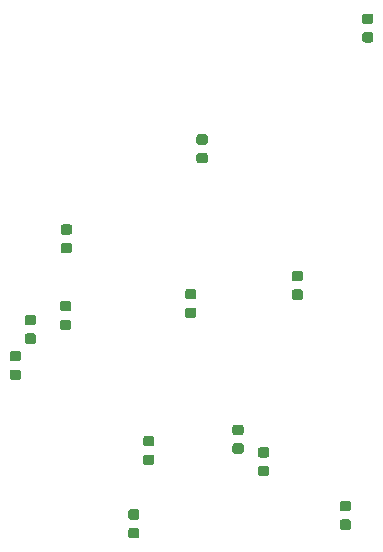
<source format=gbr>
G04 #@! TF.GenerationSoftware,KiCad,Pcbnew,5.1.5-52549c5~84~ubuntu18.04.1*
G04 #@! TF.CreationDate,2020-02-27T22:09:58-03:00*
G04 #@! TF.ProjectId,aquarius,61717561-7269-4757-932e-6b696361645f,0.0.0*
G04 #@! TF.SameCoordinates,Original*
G04 #@! TF.FileFunction,Paste,Top*
G04 #@! TF.FilePolarity,Positive*
%FSLAX46Y46*%
G04 Gerber Fmt 4.6, Leading zero omitted, Abs format (unit mm)*
G04 Created by KiCad (PCBNEW 5.1.5-52549c5~84~ubuntu18.04.1) date 2020-02-27 22:09:58*
%MOMM*%
%LPD*%
G04 APERTURE LIST*
%ADD10C,0.100000*%
G04 APERTURE END LIST*
D10*
G36*
X131087691Y-110295053D02*
G01*
X131108926Y-110298203D01*
X131129750Y-110303419D01*
X131149962Y-110310651D01*
X131169368Y-110319830D01*
X131187781Y-110330866D01*
X131205024Y-110343654D01*
X131220930Y-110358070D01*
X131235346Y-110373976D01*
X131248134Y-110391219D01*
X131259170Y-110409632D01*
X131268349Y-110429038D01*
X131275581Y-110449250D01*
X131280797Y-110470074D01*
X131283947Y-110491309D01*
X131285000Y-110512750D01*
X131285000Y-110950250D01*
X131283947Y-110971691D01*
X131280797Y-110992926D01*
X131275581Y-111013750D01*
X131268349Y-111033962D01*
X131259170Y-111053368D01*
X131248134Y-111071781D01*
X131235346Y-111089024D01*
X131220930Y-111104930D01*
X131205024Y-111119346D01*
X131187781Y-111132134D01*
X131169368Y-111143170D01*
X131149962Y-111152349D01*
X131129750Y-111159581D01*
X131108926Y-111164797D01*
X131087691Y-111167947D01*
X131066250Y-111169000D01*
X130553750Y-111169000D01*
X130532309Y-111167947D01*
X130511074Y-111164797D01*
X130490250Y-111159581D01*
X130470038Y-111152349D01*
X130450632Y-111143170D01*
X130432219Y-111132134D01*
X130414976Y-111119346D01*
X130399070Y-111104930D01*
X130384654Y-111089024D01*
X130371866Y-111071781D01*
X130360830Y-111053368D01*
X130351651Y-111033962D01*
X130344419Y-111013750D01*
X130339203Y-110992926D01*
X130336053Y-110971691D01*
X130335000Y-110950250D01*
X130335000Y-110512750D01*
X130336053Y-110491309D01*
X130339203Y-110470074D01*
X130344419Y-110449250D01*
X130351651Y-110429038D01*
X130360830Y-110409632D01*
X130371866Y-110391219D01*
X130384654Y-110373976D01*
X130399070Y-110358070D01*
X130414976Y-110343654D01*
X130432219Y-110330866D01*
X130450632Y-110319830D01*
X130470038Y-110310651D01*
X130490250Y-110303419D01*
X130511074Y-110298203D01*
X130532309Y-110295053D01*
X130553750Y-110294000D01*
X131066250Y-110294000D01*
X131087691Y-110295053D01*
G37*
G36*
X131087691Y-108720053D02*
G01*
X131108926Y-108723203D01*
X131129750Y-108728419D01*
X131149962Y-108735651D01*
X131169368Y-108744830D01*
X131187781Y-108755866D01*
X131205024Y-108768654D01*
X131220930Y-108783070D01*
X131235346Y-108798976D01*
X131248134Y-108816219D01*
X131259170Y-108834632D01*
X131268349Y-108854038D01*
X131275581Y-108874250D01*
X131280797Y-108895074D01*
X131283947Y-108916309D01*
X131285000Y-108937750D01*
X131285000Y-109375250D01*
X131283947Y-109396691D01*
X131280797Y-109417926D01*
X131275581Y-109438750D01*
X131268349Y-109458962D01*
X131259170Y-109478368D01*
X131248134Y-109496781D01*
X131235346Y-109514024D01*
X131220930Y-109529930D01*
X131205024Y-109544346D01*
X131187781Y-109557134D01*
X131169368Y-109568170D01*
X131149962Y-109577349D01*
X131129750Y-109584581D01*
X131108926Y-109589797D01*
X131087691Y-109592947D01*
X131066250Y-109594000D01*
X130553750Y-109594000D01*
X130532309Y-109592947D01*
X130511074Y-109589797D01*
X130490250Y-109584581D01*
X130470038Y-109577349D01*
X130450632Y-109568170D01*
X130432219Y-109557134D01*
X130414976Y-109544346D01*
X130399070Y-109529930D01*
X130384654Y-109514024D01*
X130371866Y-109496781D01*
X130360830Y-109478368D01*
X130351651Y-109458962D01*
X130344419Y-109438750D01*
X130339203Y-109417926D01*
X130336053Y-109396691D01*
X130335000Y-109375250D01*
X130335000Y-108937750D01*
X130336053Y-108916309D01*
X130339203Y-108895074D01*
X130344419Y-108874250D01*
X130351651Y-108854038D01*
X130360830Y-108834632D01*
X130371866Y-108816219D01*
X130384654Y-108798976D01*
X130399070Y-108783070D01*
X130414976Y-108768654D01*
X130432219Y-108755866D01*
X130450632Y-108744830D01*
X130470038Y-108735651D01*
X130490250Y-108728419D01*
X130511074Y-108723203D01*
X130532309Y-108720053D01*
X130553750Y-108719000D01*
X131066250Y-108719000D01*
X131087691Y-108720053D01*
G37*
G36*
X132357691Y-104084553D02*
G01*
X132378926Y-104087703D01*
X132399750Y-104092919D01*
X132419962Y-104100151D01*
X132439368Y-104109330D01*
X132457781Y-104120366D01*
X132475024Y-104133154D01*
X132490930Y-104147570D01*
X132505346Y-104163476D01*
X132518134Y-104180719D01*
X132529170Y-104199132D01*
X132538349Y-104218538D01*
X132545581Y-104238750D01*
X132550797Y-104259574D01*
X132553947Y-104280809D01*
X132555000Y-104302250D01*
X132555000Y-104739750D01*
X132553947Y-104761191D01*
X132550797Y-104782426D01*
X132545581Y-104803250D01*
X132538349Y-104823462D01*
X132529170Y-104842868D01*
X132518134Y-104861281D01*
X132505346Y-104878524D01*
X132490930Y-104894430D01*
X132475024Y-104908846D01*
X132457781Y-104921634D01*
X132439368Y-104932670D01*
X132419962Y-104941849D01*
X132399750Y-104949081D01*
X132378926Y-104954297D01*
X132357691Y-104957447D01*
X132336250Y-104958500D01*
X131823750Y-104958500D01*
X131802309Y-104957447D01*
X131781074Y-104954297D01*
X131760250Y-104949081D01*
X131740038Y-104941849D01*
X131720632Y-104932670D01*
X131702219Y-104921634D01*
X131684976Y-104908846D01*
X131669070Y-104894430D01*
X131654654Y-104878524D01*
X131641866Y-104861281D01*
X131630830Y-104842868D01*
X131621651Y-104823462D01*
X131614419Y-104803250D01*
X131609203Y-104782426D01*
X131606053Y-104761191D01*
X131605000Y-104739750D01*
X131605000Y-104302250D01*
X131606053Y-104280809D01*
X131609203Y-104259574D01*
X131614419Y-104238750D01*
X131621651Y-104218538D01*
X131630830Y-104199132D01*
X131641866Y-104180719D01*
X131654654Y-104163476D01*
X131669070Y-104147570D01*
X131684976Y-104133154D01*
X131702219Y-104120366D01*
X131720632Y-104109330D01*
X131740038Y-104100151D01*
X131760250Y-104092919D01*
X131781074Y-104087703D01*
X131802309Y-104084553D01*
X131823750Y-104083500D01*
X132336250Y-104083500D01*
X132357691Y-104084553D01*
G37*
G36*
X132357691Y-102509553D02*
G01*
X132378926Y-102512703D01*
X132399750Y-102517919D01*
X132419962Y-102525151D01*
X132439368Y-102534330D01*
X132457781Y-102545366D01*
X132475024Y-102558154D01*
X132490930Y-102572570D01*
X132505346Y-102588476D01*
X132518134Y-102605719D01*
X132529170Y-102624132D01*
X132538349Y-102643538D01*
X132545581Y-102663750D01*
X132550797Y-102684574D01*
X132553947Y-102705809D01*
X132555000Y-102727250D01*
X132555000Y-103164750D01*
X132553947Y-103186191D01*
X132550797Y-103207426D01*
X132545581Y-103228250D01*
X132538349Y-103248462D01*
X132529170Y-103267868D01*
X132518134Y-103286281D01*
X132505346Y-103303524D01*
X132490930Y-103319430D01*
X132475024Y-103333846D01*
X132457781Y-103346634D01*
X132439368Y-103357670D01*
X132419962Y-103366849D01*
X132399750Y-103374081D01*
X132378926Y-103379297D01*
X132357691Y-103382447D01*
X132336250Y-103383500D01*
X131823750Y-103383500D01*
X131802309Y-103382447D01*
X131781074Y-103379297D01*
X131760250Y-103374081D01*
X131740038Y-103366849D01*
X131720632Y-103357670D01*
X131702219Y-103346634D01*
X131684976Y-103333846D01*
X131669070Y-103319430D01*
X131654654Y-103303524D01*
X131641866Y-103286281D01*
X131630830Y-103267868D01*
X131621651Y-103248462D01*
X131614419Y-103228250D01*
X131609203Y-103207426D01*
X131606053Y-103186191D01*
X131605000Y-103164750D01*
X131605000Y-102727250D01*
X131606053Y-102705809D01*
X131609203Y-102684574D01*
X131614419Y-102663750D01*
X131621651Y-102643538D01*
X131630830Y-102624132D01*
X131641866Y-102605719D01*
X131654654Y-102588476D01*
X131669070Y-102572570D01*
X131684976Y-102558154D01*
X131702219Y-102545366D01*
X131720632Y-102534330D01*
X131740038Y-102525151D01*
X131760250Y-102517919D01*
X131781074Y-102512703D01*
X131802309Y-102509553D01*
X131823750Y-102508500D01*
X132336250Y-102508500D01*
X132357691Y-102509553D01*
G37*
G36*
X139914191Y-103132053D02*
G01*
X139935426Y-103135203D01*
X139956250Y-103140419D01*
X139976462Y-103147651D01*
X139995868Y-103156830D01*
X140014281Y-103167866D01*
X140031524Y-103180654D01*
X140047430Y-103195070D01*
X140061846Y-103210976D01*
X140074634Y-103228219D01*
X140085670Y-103246632D01*
X140094849Y-103266038D01*
X140102081Y-103286250D01*
X140107297Y-103307074D01*
X140110447Y-103328309D01*
X140111500Y-103349750D01*
X140111500Y-103787250D01*
X140110447Y-103808691D01*
X140107297Y-103829926D01*
X140102081Y-103850750D01*
X140094849Y-103870962D01*
X140085670Y-103890368D01*
X140074634Y-103908781D01*
X140061846Y-103926024D01*
X140047430Y-103941930D01*
X140031524Y-103956346D01*
X140014281Y-103969134D01*
X139995868Y-103980170D01*
X139976462Y-103989349D01*
X139956250Y-103996581D01*
X139935426Y-104001797D01*
X139914191Y-104004947D01*
X139892750Y-104006000D01*
X139380250Y-104006000D01*
X139358809Y-104004947D01*
X139337574Y-104001797D01*
X139316750Y-103996581D01*
X139296538Y-103989349D01*
X139277132Y-103980170D01*
X139258719Y-103969134D01*
X139241476Y-103956346D01*
X139225570Y-103941930D01*
X139211154Y-103926024D01*
X139198366Y-103908781D01*
X139187330Y-103890368D01*
X139178151Y-103870962D01*
X139170919Y-103850750D01*
X139165703Y-103829926D01*
X139162553Y-103808691D01*
X139161500Y-103787250D01*
X139161500Y-103349750D01*
X139162553Y-103328309D01*
X139165703Y-103307074D01*
X139170919Y-103286250D01*
X139178151Y-103266038D01*
X139187330Y-103246632D01*
X139198366Y-103228219D01*
X139211154Y-103210976D01*
X139225570Y-103195070D01*
X139241476Y-103180654D01*
X139258719Y-103167866D01*
X139277132Y-103156830D01*
X139296538Y-103147651D01*
X139316750Y-103140419D01*
X139337574Y-103135203D01*
X139358809Y-103132053D01*
X139380250Y-103131000D01*
X139892750Y-103131000D01*
X139914191Y-103132053D01*
G37*
G36*
X139914191Y-101557053D02*
G01*
X139935426Y-101560203D01*
X139956250Y-101565419D01*
X139976462Y-101572651D01*
X139995868Y-101581830D01*
X140014281Y-101592866D01*
X140031524Y-101605654D01*
X140047430Y-101620070D01*
X140061846Y-101635976D01*
X140074634Y-101653219D01*
X140085670Y-101671632D01*
X140094849Y-101691038D01*
X140102081Y-101711250D01*
X140107297Y-101732074D01*
X140110447Y-101753309D01*
X140111500Y-101774750D01*
X140111500Y-102212250D01*
X140110447Y-102233691D01*
X140107297Y-102254926D01*
X140102081Y-102275750D01*
X140094849Y-102295962D01*
X140085670Y-102315368D01*
X140074634Y-102333781D01*
X140061846Y-102351024D01*
X140047430Y-102366930D01*
X140031524Y-102381346D01*
X140014281Y-102394134D01*
X139995868Y-102405170D01*
X139976462Y-102414349D01*
X139956250Y-102421581D01*
X139935426Y-102426797D01*
X139914191Y-102429947D01*
X139892750Y-102431000D01*
X139380250Y-102431000D01*
X139358809Y-102429947D01*
X139337574Y-102426797D01*
X139316750Y-102421581D01*
X139296538Y-102414349D01*
X139277132Y-102405170D01*
X139258719Y-102394134D01*
X139241476Y-102381346D01*
X139225570Y-102366930D01*
X139211154Y-102351024D01*
X139198366Y-102333781D01*
X139187330Y-102315368D01*
X139178151Y-102295962D01*
X139170919Y-102275750D01*
X139165703Y-102254926D01*
X139162553Y-102233691D01*
X139161500Y-102212250D01*
X139161500Y-101774750D01*
X139162553Y-101753309D01*
X139165703Y-101732074D01*
X139170919Y-101711250D01*
X139178151Y-101691038D01*
X139187330Y-101671632D01*
X139198366Y-101653219D01*
X139211154Y-101635976D01*
X139225570Y-101620070D01*
X139241476Y-101605654D01*
X139258719Y-101592866D01*
X139277132Y-101581830D01*
X139296538Y-101572651D01*
X139316750Y-101565419D01*
X139337574Y-101560203D01*
X139358809Y-101557053D01*
X139380250Y-101556000D01*
X139892750Y-101556000D01*
X139914191Y-101557053D01*
G37*
G36*
X142073191Y-105037053D02*
G01*
X142094426Y-105040203D01*
X142115250Y-105045419D01*
X142135462Y-105052651D01*
X142154868Y-105061830D01*
X142173281Y-105072866D01*
X142190524Y-105085654D01*
X142206430Y-105100070D01*
X142220846Y-105115976D01*
X142233634Y-105133219D01*
X142244670Y-105151632D01*
X142253849Y-105171038D01*
X142261081Y-105191250D01*
X142266297Y-105212074D01*
X142269447Y-105233309D01*
X142270500Y-105254750D01*
X142270500Y-105692250D01*
X142269447Y-105713691D01*
X142266297Y-105734926D01*
X142261081Y-105755750D01*
X142253849Y-105775962D01*
X142244670Y-105795368D01*
X142233634Y-105813781D01*
X142220846Y-105831024D01*
X142206430Y-105846930D01*
X142190524Y-105861346D01*
X142173281Y-105874134D01*
X142154868Y-105885170D01*
X142135462Y-105894349D01*
X142115250Y-105901581D01*
X142094426Y-105906797D01*
X142073191Y-105909947D01*
X142051750Y-105911000D01*
X141539250Y-105911000D01*
X141517809Y-105909947D01*
X141496574Y-105906797D01*
X141475750Y-105901581D01*
X141455538Y-105894349D01*
X141436132Y-105885170D01*
X141417719Y-105874134D01*
X141400476Y-105861346D01*
X141384570Y-105846930D01*
X141370154Y-105831024D01*
X141357366Y-105813781D01*
X141346330Y-105795368D01*
X141337151Y-105775962D01*
X141329919Y-105755750D01*
X141324703Y-105734926D01*
X141321553Y-105713691D01*
X141320500Y-105692250D01*
X141320500Y-105254750D01*
X141321553Y-105233309D01*
X141324703Y-105212074D01*
X141329919Y-105191250D01*
X141337151Y-105171038D01*
X141346330Y-105151632D01*
X141357366Y-105133219D01*
X141370154Y-105115976D01*
X141384570Y-105100070D01*
X141400476Y-105085654D01*
X141417719Y-105072866D01*
X141436132Y-105061830D01*
X141455538Y-105052651D01*
X141475750Y-105045419D01*
X141496574Y-105040203D01*
X141517809Y-105037053D01*
X141539250Y-105036000D01*
X142051750Y-105036000D01*
X142073191Y-105037053D01*
G37*
G36*
X142073191Y-103462053D02*
G01*
X142094426Y-103465203D01*
X142115250Y-103470419D01*
X142135462Y-103477651D01*
X142154868Y-103486830D01*
X142173281Y-103497866D01*
X142190524Y-103510654D01*
X142206430Y-103525070D01*
X142220846Y-103540976D01*
X142233634Y-103558219D01*
X142244670Y-103576632D01*
X142253849Y-103596038D01*
X142261081Y-103616250D01*
X142266297Y-103637074D01*
X142269447Y-103658309D01*
X142270500Y-103679750D01*
X142270500Y-104117250D01*
X142269447Y-104138691D01*
X142266297Y-104159926D01*
X142261081Y-104180750D01*
X142253849Y-104200962D01*
X142244670Y-104220368D01*
X142233634Y-104238781D01*
X142220846Y-104256024D01*
X142206430Y-104271930D01*
X142190524Y-104286346D01*
X142173281Y-104299134D01*
X142154868Y-104310170D01*
X142135462Y-104319349D01*
X142115250Y-104326581D01*
X142094426Y-104331797D01*
X142073191Y-104334947D01*
X142051750Y-104336000D01*
X141539250Y-104336000D01*
X141517809Y-104334947D01*
X141496574Y-104331797D01*
X141475750Y-104326581D01*
X141455538Y-104319349D01*
X141436132Y-104310170D01*
X141417719Y-104299134D01*
X141400476Y-104286346D01*
X141384570Y-104271930D01*
X141370154Y-104256024D01*
X141357366Y-104238781D01*
X141346330Y-104220368D01*
X141337151Y-104200962D01*
X141329919Y-104180750D01*
X141324703Y-104159926D01*
X141321553Y-104138691D01*
X141320500Y-104117250D01*
X141320500Y-103679750D01*
X141321553Y-103658309D01*
X141324703Y-103637074D01*
X141329919Y-103616250D01*
X141337151Y-103596038D01*
X141346330Y-103576632D01*
X141357366Y-103558219D01*
X141370154Y-103540976D01*
X141384570Y-103525070D01*
X141400476Y-103510654D01*
X141417719Y-103497866D01*
X141436132Y-103486830D01*
X141455538Y-103477651D01*
X141475750Y-103470419D01*
X141496574Y-103465203D01*
X141517809Y-103462053D01*
X141539250Y-103461000D01*
X142051750Y-103461000D01*
X142073191Y-103462053D01*
G37*
G36*
X148994691Y-109571053D02*
G01*
X149015926Y-109574203D01*
X149036750Y-109579419D01*
X149056962Y-109586651D01*
X149076368Y-109595830D01*
X149094781Y-109606866D01*
X149112024Y-109619654D01*
X149127930Y-109634070D01*
X149142346Y-109649976D01*
X149155134Y-109667219D01*
X149166170Y-109685632D01*
X149175349Y-109705038D01*
X149182581Y-109725250D01*
X149187797Y-109746074D01*
X149190947Y-109767309D01*
X149192000Y-109788750D01*
X149192000Y-110226250D01*
X149190947Y-110247691D01*
X149187797Y-110268926D01*
X149182581Y-110289750D01*
X149175349Y-110309962D01*
X149166170Y-110329368D01*
X149155134Y-110347781D01*
X149142346Y-110365024D01*
X149127930Y-110380930D01*
X149112024Y-110395346D01*
X149094781Y-110408134D01*
X149076368Y-110419170D01*
X149056962Y-110428349D01*
X149036750Y-110435581D01*
X149015926Y-110440797D01*
X148994691Y-110443947D01*
X148973250Y-110445000D01*
X148460750Y-110445000D01*
X148439309Y-110443947D01*
X148418074Y-110440797D01*
X148397250Y-110435581D01*
X148377038Y-110428349D01*
X148357632Y-110419170D01*
X148339219Y-110408134D01*
X148321976Y-110395346D01*
X148306070Y-110380930D01*
X148291654Y-110365024D01*
X148278866Y-110347781D01*
X148267830Y-110329368D01*
X148258651Y-110309962D01*
X148251419Y-110289750D01*
X148246203Y-110268926D01*
X148243053Y-110247691D01*
X148242000Y-110226250D01*
X148242000Y-109788750D01*
X148243053Y-109767309D01*
X148246203Y-109746074D01*
X148251419Y-109725250D01*
X148258651Y-109705038D01*
X148267830Y-109685632D01*
X148278866Y-109667219D01*
X148291654Y-109649976D01*
X148306070Y-109634070D01*
X148321976Y-109619654D01*
X148339219Y-109606866D01*
X148357632Y-109595830D01*
X148377038Y-109586651D01*
X148397250Y-109579419D01*
X148418074Y-109574203D01*
X148439309Y-109571053D01*
X148460750Y-109570000D01*
X148973250Y-109570000D01*
X148994691Y-109571053D01*
G37*
G36*
X148994691Y-107996053D02*
G01*
X149015926Y-107999203D01*
X149036750Y-108004419D01*
X149056962Y-108011651D01*
X149076368Y-108020830D01*
X149094781Y-108031866D01*
X149112024Y-108044654D01*
X149127930Y-108059070D01*
X149142346Y-108074976D01*
X149155134Y-108092219D01*
X149166170Y-108110632D01*
X149175349Y-108130038D01*
X149182581Y-108150250D01*
X149187797Y-108171074D01*
X149190947Y-108192309D01*
X149192000Y-108213750D01*
X149192000Y-108651250D01*
X149190947Y-108672691D01*
X149187797Y-108693926D01*
X149182581Y-108714750D01*
X149175349Y-108734962D01*
X149166170Y-108754368D01*
X149155134Y-108772781D01*
X149142346Y-108790024D01*
X149127930Y-108805930D01*
X149112024Y-108820346D01*
X149094781Y-108833134D01*
X149076368Y-108844170D01*
X149056962Y-108853349D01*
X149036750Y-108860581D01*
X149015926Y-108865797D01*
X148994691Y-108868947D01*
X148973250Y-108870000D01*
X148460750Y-108870000D01*
X148439309Y-108868947D01*
X148418074Y-108865797D01*
X148397250Y-108860581D01*
X148377038Y-108853349D01*
X148357632Y-108844170D01*
X148339219Y-108833134D01*
X148321976Y-108820346D01*
X148306070Y-108805930D01*
X148291654Y-108790024D01*
X148278866Y-108772781D01*
X148267830Y-108754368D01*
X148258651Y-108734962D01*
X148251419Y-108714750D01*
X148246203Y-108693926D01*
X148243053Y-108672691D01*
X148242000Y-108651250D01*
X148242000Y-108213750D01*
X148243053Y-108192309D01*
X148246203Y-108171074D01*
X148251419Y-108150250D01*
X148258651Y-108130038D01*
X148267830Y-108110632D01*
X148278866Y-108092219D01*
X148291654Y-108074976D01*
X148306070Y-108059070D01*
X148321976Y-108044654D01*
X148339219Y-108031866D01*
X148357632Y-108020830D01*
X148377038Y-108011651D01*
X148397250Y-108004419D01*
X148418074Y-107999203D01*
X148439309Y-107996053D01*
X148460750Y-107995000D01*
X148973250Y-107995000D01*
X148994691Y-107996053D01*
G37*
G36*
X121054691Y-96896553D02*
G01*
X121075926Y-96899703D01*
X121096750Y-96904919D01*
X121116962Y-96912151D01*
X121136368Y-96921330D01*
X121154781Y-96932366D01*
X121172024Y-96945154D01*
X121187930Y-96959570D01*
X121202346Y-96975476D01*
X121215134Y-96992719D01*
X121226170Y-97011132D01*
X121235349Y-97030538D01*
X121242581Y-97050750D01*
X121247797Y-97071574D01*
X121250947Y-97092809D01*
X121252000Y-97114250D01*
X121252000Y-97551750D01*
X121250947Y-97573191D01*
X121247797Y-97594426D01*
X121242581Y-97615250D01*
X121235349Y-97635462D01*
X121226170Y-97654868D01*
X121215134Y-97673281D01*
X121202346Y-97690524D01*
X121187930Y-97706430D01*
X121172024Y-97720846D01*
X121154781Y-97733634D01*
X121136368Y-97744670D01*
X121116962Y-97753849D01*
X121096750Y-97761081D01*
X121075926Y-97766297D01*
X121054691Y-97769447D01*
X121033250Y-97770500D01*
X120520750Y-97770500D01*
X120499309Y-97769447D01*
X120478074Y-97766297D01*
X120457250Y-97761081D01*
X120437038Y-97753849D01*
X120417632Y-97744670D01*
X120399219Y-97733634D01*
X120381976Y-97720846D01*
X120366070Y-97706430D01*
X120351654Y-97690524D01*
X120338866Y-97673281D01*
X120327830Y-97654868D01*
X120318651Y-97635462D01*
X120311419Y-97615250D01*
X120306203Y-97594426D01*
X120303053Y-97573191D01*
X120302000Y-97551750D01*
X120302000Y-97114250D01*
X120303053Y-97092809D01*
X120306203Y-97071574D01*
X120311419Y-97050750D01*
X120318651Y-97030538D01*
X120327830Y-97011132D01*
X120338866Y-96992719D01*
X120351654Y-96975476D01*
X120366070Y-96959570D01*
X120381976Y-96945154D01*
X120399219Y-96932366D01*
X120417632Y-96921330D01*
X120437038Y-96912151D01*
X120457250Y-96904919D01*
X120478074Y-96899703D01*
X120499309Y-96896553D01*
X120520750Y-96895500D01*
X121033250Y-96895500D01*
X121054691Y-96896553D01*
G37*
G36*
X121054691Y-95321553D02*
G01*
X121075926Y-95324703D01*
X121096750Y-95329919D01*
X121116962Y-95337151D01*
X121136368Y-95346330D01*
X121154781Y-95357366D01*
X121172024Y-95370154D01*
X121187930Y-95384570D01*
X121202346Y-95400476D01*
X121215134Y-95417719D01*
X121226170Y-95436132D01*
X121235349Y-95455538D01*
X121242581Y-95475750D01*
X121247797Y-95496574D01*
X121250947Y-95517809D01*
X121252000Y-95539250D01*
X121252000Y-95976750D01*
X121250947Y-95998191D01*
X121247797Y-96019426D01*
X121242581Y-96040250D01*
X121235349Y-96060462D01*
X121226170Y-96079868D01*
X121215134Y-96098281D01*
X121202346Y-96115524D01*
X121187930Y-96131430D01*
X121172024Y-96145846D01*
X121154781Y-96158634D01*
X121136368Y-96169670D01*
X121116962Y-96178849D01*
X121096750Y-96186081D01*
X121075926Y-96191297D01*
X121054691Y-96194447D01*
X121033250Y-96195500D01*
X120520750Y-96195500D01*
X120499309Y-96194447D01*
X120478074Y-96191297D01*
X120457250Y-96186081D01*
X120437038Y-96178849D01*
X120417632Y-96169670D01*
X120399219Y-96158634D01*
X120381976Y-96145846D01*
X120366070Y-96131430D01*
X120351654Y-96115524D01*
X120338866Y-96098281D01*
X120327830Y-96079868D01*
X120318651Y-96060462D01*
X120311419Y-96040250D01*
X120306203Y-96019426D01*
X120303053Y-95998191D01*
X120302000Y-95976750D01*
X120302000Y-95539250D01*
X120303053Y-95517809D01*
X120306203Y-95496574D01*
X120311419Y-95475750D01*
X120318651Y-95455538D01*
X120327830Y-95436132D01*
X120338866Y-95417719D01*
X120351654Y-95400476D01*
X120366070Y-95384570D01*
X120381976Y-95370154D01*
X120399219Y-95357366D01*
X120417632Y-95346330D01*
X120437038Y-95337151D01*
X120457250Y-95329919D01*
X120478074Y-95324703D01*
X120499309Y-95321553D01*
X120520750Y-95320500D01*
X121033250Y-95320500D01*
X121054691Y-95321553D01*
G37*
G36*
X122324691Y-93823053D02*
G01*
X122345926Y-93826203D01*
X122366750Y-93831419D01*
X122386962Y-93838651D01*
X122406368Y-93847830D01*
X122424781Y-93858866D01*
X122442024Y-93871654D01*
X122457930Y-93886070D01*
X122472346Y-93901976D01*
X122485134Y-93919219D01*
X122496170Y-93937632D01*
X122505349Y-93957038D01*
X122512581Y-93977250D01*
X122517797Y-93998074D01*
X122520947Y-94019309D01*
X122522000Y-94040750D01*
X122522000Y-94478250D01*
X122520947Y-94499691D01*
X122517797Y-94520926D01*
X122512581Y-94541750D01*
X122505349Y-94561962D01*
X122496170Y-94581368D01*
X122485134Y-94599781D01*
X122472346Y-94617024D01*
X122457930Y-94632930D01*
X122442024Y-94647346D01*
X122424781Y-94660134D01*
X122406368Y-94671170D01*
X122386962Y-94680349D01*
X122366750Y-94687581D01*
X122345926Y-94692797D01*
X122324691Y-94695947D01*
X122303250Y-94697000D01*
X121790750Y-94697000D01*
X121769309Y-94695947D01*
X121748074Y-94692797D01*
X121727250Y-94687581D01*
X121707038Y-94680349D01*
X121687632Y-94671170D01*
X121669219Y-94660134D01*
X121651976Y-94647346D01*
X121636070Y-94632930D01*
X121621654Y-94617024D01*
X121608866Y-94599781D01*
X121597830Y-94581368D01*
X121588651Y-94561962D01*
X121581419Y-94541750D01*
X121576203Y-94520926D01*
X121573053Y-94499691D01*
X121572000Y-94478250D01*
X121572000Y-94040750D01*
X121573053Y-94019309D01*
X121576203Y-93998074D01*
X121581419Y-93977250D01*
X121588651Y-93957038D01*
X121597830Y-93937632D01*
X121608866Y-93919219D01*
X121621654Y-93901976D01*
X121636070Y-93886070D01*
X121651976Y-93871654D01*
X121669219Y-93858866D01*
X121687632Y-93847830D01*
X121707038Y-93838651D01*
X121727250Y-93831419D01*
X121748074Y-93826203D01*
X121769309Y-93823053D01*
X121790750Y-93822000D01*
X122303250Y-93822000D01*
X122324691Y-93823053D01*
G37*
G36*
X122324691Y-92248053D02*
G01*
X122345926Y-92251203D01*
X122366750Y-92256419D01*
X122386962Y-92263651D01*
X122406368Y-92272830D01*
X122424781Y-92283866D01*
X122442024Y-92296654D01*
X122457930Y-92311070D01*
X122472346Y-92326976D01*
X122485134Y-92344219D01*
X122496170Y-92362632D01*
X122505349Y-92382038D01*
X122512581Y-92402250D01*
X122517797Y-92423074D01*
X122520947Y-92444309D01*
X122522000Y-92465750D01*
X122522000Y-92903250D01*
X122520947Y-92924691D01*
X122517797Y-92945926D01*
X122512581Y-92966750D01*
X122505349Y-92986962D01*
X122496170Y-93006368D01*
X122485134Y-93024781D01*
X122472346Y-93042024D01*
X122457930Y-93057930D01*
X122442024Y-93072346D01*
X122424781Y-93085134D01*
X122406368Y-93096170D01*
X122386962Y-93105349D01*
X122366750Y-93112581D01*
X122345926Y-93117797D01*
X122324691Y-93120947D01*
X122303250Y-93122000D01*
X121790750Y-93122000D01*
X121769309Y-93120947D01*
X121748074Y-93117797D01*
X121727250Y-93112581D01*
X121707038Y-93105349D01*
X121687632Y-93096170D01*
X121669219Y-93085134D01*
X121651976Y-93072346D01*
X121636070Y-93057930D01*
X121621654Y-93042024D01*
X121608866Y-93024781D01*
X121597830Y-93006368D01*
X121588651Y-92986962D01*
X121581419Y-92966750D01*
X121576203Y-92945926D01*
X121573053Y-92924691D01*
X121572000Y-92903250D01*
X121572000Y-92465750D01*
X121573053Y-92444309D01*
X121576203Y-92423074D01*
X121581419Y-92402250D01*
X121588651Y-92382038D01*
X121597830Y-92362632D01*
X121608866Y-92344219D01*
X121621654Y-92326976D01*
X121636070Y-92311070D01*
X121651976Y-92296654D01*
X121669219Y-92283866D01*
X121687632Y-92272830D01*
X121707038Y-92263651D01*
X121727250Y-92256419D01*
X121748074Y-92251203D01*
X121769309Y-92248053D01*
X121790750Y-92247000D01*
X122303250Y-92247000D01*
X122324691Y-92248053D01*
G37*
G36*
X125309191Y-92654553D02*
G01*
X125330426Y-92657703D01*
X125351250Y-92662919D01*
X125371462Y-92670151D01*
X125390868Y-92679330D01*
X125409281Y-92690366D01*
X125426524Y-92703154D01*
X125442430Y-92717570D01*
X125456846Y-92733476D01*
X125469634Y-92750719D01*
X125480670Y-92769132D01*
X125489849Y-92788538D01*
X125497081Y-92808750D01*
X125502297Y-92829574D01*
X125505447Y-92850809D01*
X125506500Y-92872250D01*
X125506500Y-93309750D01*
X125505447Y-93331191D01*
X125502297Y-93352426D01*
X125497081Y-93373250D01*
X125489849Y-93393462D01*
X125480670Y-93412868D01*
X125469634Y-93431281D01*
X125456846Y-93448524D01*
X125442430Y-93464430D01*
X125426524Y-93478846D01*
X125409281Y-93491634D01*
X125390868Y-93502670D01*
X125371462Y-93511849D01*
X125351250Y-93519081D01*
X125330426Y-93524297D01*
X125309191Y-93527447D01*
X125287750Y-93528500D01*
X124775250Y-93528500D01*
X124753809Y-93527447D01*
X124732574Y-93524297D01*
X124711750Y-93519081D01*
X124691538Y-93511849D01*
X124672132Y-93502670D01*
X124653719Y-93491634D01*
X124636476Y-93478846D01*
X124620570Y-93464430D01*
X124606154Y-93448524D01*
X124593366Y-93431281D01*
X124582330Y-93412868D01*
X124573151Y-93393462D01*
X124565919Y-93373250D01*
X124560703Y-93352426D01*
X124557553Y-93331191D01*
X124556500Y-93309750D01*
X124556500Y-92872250D01*
X124557553Y-92850809D01*
X124560703Y-92829574D01*
X124565919Y-92808750D01*
X124573151Y-92788538D01*
X124582330Y-92769132D01*
X124593366Y-92750719D01*
X124606154Y-92733476D01*
X124620570Y-92717570D01*
X124636476Y-92703154D01*
X124653719Y-92690366D01*
X124672132Y-92679330D01*
X124691538Y-92670151D01*
X124711750Y-92662919D01*
X124732574Y-92657703D01*
X124753809Y-92654553D01*
X124775250Y-92653500D01*
X125287750Y-92653500D01*
X125309191Y-92654553D01*
G37*
G36*
X125309191Y-91079553D02*
G01*
X125330426Y-91082703D01*
X125351250Y-91087919D01*
X125371462Y-91095151D01*
X125390868Y-91104330D01*
X125409281Y-91115366D01*
X125426524Y-91128154D01*
X125442430Y-91142570D01*
X125456846Y-91158476D01*
X125469634Y-91175719D01*
X125480670Y-91194132D01*
X125489849Y-91213538D01*
X125497081Y-91233750D01*
X125502297Y-91254574D01*
X125505447Y-91275809D01*
X125506500Y-91297250D01*
X125506500Y-91734750D01*
X125505447Y-91756191D01*
X125502297Y-91777426D01*
X125497081Y-91798250D01*
X125489849Y-91818462D01*
X125480670Y-91837868D01*
X125469634Y-91856281D01*
X125456846Y-91873524D01*
X125442430Y-91889430D01*
X125426524Y-91903846D01*
X125409281Y-91916634D01*
X125390868Y-91927670D01*
X125371462Y-91936849D01*
X125351250Y-91944081D01*
X125330426Y-91949297D01*
X125309191Y-91952447D01*
X125287750Y-91953500D01*
X124775250Y-91953500D01*
X124753809Y-91952447D01*
X124732574Y-91949297D01*
X124711750Y-91944081D01*
X124691538Y-91936849D01*
X124672132Y-91927670D01*
X124653719Y-91916634D01*
X124636476Y-91903846D01*
X124620570Y-91889430D01*
X124606154Y-91873524D01*
X124593366Y-91856281D01*
X124582330Y-91837868D01*
X124573151Y-91818462D01*
X124565919Y-91798250D01*
X124560703Y-91777426D01*
X124557553Y-91756191D01*
X124556500Y-91734750D01*
X124556500Y-91297250D01*
X124557553Y-91275809D01*
X124560703Y-91254574D01*
X124565919Y-91233750D01*
X124573151Y-91213538D01*
X124582330Y-91194132D01*
X124593366Y-91175719D01*
X124606154Y-91158476D01*
X124620570Y-91142570D01*
X124636476Y-91128154D01*
X124653719Y-91115366D01*
X124672132Y-91104330D01*
X124691538Y-91095151D01*
X124711750Y-91087919D01*
X124732574Y-91082703D01*
X124753809Y-91079553D01*
X124775250Y-91078500D01*
X125287750Y-91078500D01*
X125309191Y-91079553D01*
G37*
G36*
X144930691Y-90102053D02*
G01*
X144951926Y-90105203D01*
X144972750Y-90110419D01*
X144992962Y-90117651D01*
X145012368Y-90126830D01*
X145030781Y-90137866D01*
X145048024Y-90150654D01*
X145063930Y-90165070D01*
X145078346Y-90180976D01*
X145091134Y-90198219D01*
X145102170Y-90216632D01*
X145111349Y-90236038D01*
X145118581Y-90256250D01*
X145123797Y-90277074D01*
X145126947Y-90298309D01*
X145128000Y-90319750D01*
X145128000Y-90757250D01*
X145126947Y-90778691D01*
X145123797Y-90799926D01*
X145118581Y-90820750D01*
X145111349Y-90840962D01*
X145102170Y-90860368D01*
X145091134Y-90878781D01*
X145078346Y-90896024D01*
X145063930Y-90911930D01*
X145048024Y-90926346D01*
X145030781Y-90939134D01*
X145012368Y-90950170D01*
X144992962Y-90959349D01*
X144972750Y-90966581D01*
X144951926Y-90971797D01*
X144930691Y-90974947D01*
X144909250Y-90976000D01*
X144396750Y-90976000D01*
X144375309Y-90974947D01*
X144354074Y-90971797D01*
X144333250Y-90966581D01*
X144313038Y-90959349D01*
X144293632Y-90950170D01*
X144275219Y-90939134D01*
X144257976Y-90926346D01*
X144242070Y-90911930D01*
X144227654Y-90896024D01*
X144214866Y-90878781D01*
X144203830Y-90860368D01*
X144194651Y-90840962D01*
X144187419Y-90820750D01*
X144182203Y-90799926D01*
X144179053Y-90778691D01*
X144178000Y-90757250D01*
X144178000Y-90319750D01*
X144179053Y-90298309D01*
X144182203Y-90277074D01*
X144187419Y-90256250D01*
X144194651Y-90236038D01*
X144203830Y-90216632D01*
X144214866Y-90198219D01*
X144227654Y-90180976D01*
X144242070Y-90165070D01*
X144257976Y-90150654D01*
X144275219Y-90137866D01*
X144293632Y-90126830D01*
X144313038Y-90117651D01*
X144333250Y-90110419D01*
X144354074Y-90105203D01*
X144375309Y-90102053D01*
X144396750Y-90101000D01*
X144909250Y-90101000D01*
X144930691Y-90102053D01*
G37*
G36*
X144930691Y-88527053D02*
G01*
X144951926Y-88530203D01*
X144972750Y-88535419D01*
X144992962Y-88542651D01*
X145012368Y-88551830D01*
X145030781Y-88562866D01*
X145048024Y-88575654D01*
X145063930Y-88590070D01*
X145078346Y-88605976D01*
X145091134Y-88623219D01*
X145102170Y-88641632D01*
X145111349Y-88661038D01*
X145118581Y-88681250D01*
X145123797Y-88702074D01*
X145126947Y-88723309D01*
X145128000Y-88744750D01*
X145128000Y-89182250D01*
X145126947Y-89203691D01*
X145123797Y-89224926D01*
X145118581Y-89245750D01*
X145111349Y-89265962D01*
X145102170Y-89285368D01*
X145091134Y-89303781D01*
X145078346Y-89321024D01*
X145063930Y-89336930D01*
X145048024Y-89351346D01*
X145030781Y-89364134D01*
X145012368Y-89375170D01*
X144992962Y-89384349D01*
X144972750Y-89391581D01*
X144951926Y-89396797D01*
X144930691Y-89399947D01*
X144909250Y-89401000D01*
X144396750Y-89401000D01*
X144375309Y-89399947D01*
X144354074Y-89396797D01*
X144333250Y-89391581D01*
X144313038Y-89384349D01*
X144293632Y-89375170D01*
X144275219Y-89364134D01*
X144257976Y-89351346D01*
X144242070Y-89336930D01*
X144227654Y-89321024D01*
X144214866Y-89303781D01*
X144203830Y-89285368D01*
X144194651Y-89265962D01*
X144187419Y-89245750D01*
X144182203Y-89224926D01*
X144179053Y-89203691D01*
X144178000Y-89182250D01*
X144178000Y-88744750D01*
X144179053Y-88723309D01*
X144182203Y-88702074D01*
X144187419Y-88681250D01*
X144194651Y-88661038D01*
X144203830Y-88641632D01*
X144214866Y-88623219D01*
X144227654Y-88605976D01*
X144242070Y-88590070D01*
X144257976Y-88575654D01*
X144275219Y-88562866D01*
X144293632Y-88551830D01*
X144313038Y-88542651D01*
X144333250Y-88535419D01*
X144354074Y-88530203D01*
X144375309Y-88527053D01*
X144396750Y-88526000D01*
X144909250Y-88526000D01*
X144930691Y-88527053D01*
G37*
G36*
X135913691Y-91638553D02*
G01*
X135934926Y-91641703D01*
X135955750Y-91646919D01*
X135975962Y-91654151D01*
X135995368Y-91663330D01*
X136013781Y-91674366D01*
X136031024Y-91687154D01*
X136046930Y-91701570D01*
X136061346Y-91717476D01*
X136074134Y-91734719D01*
X136085170Y-91753132D01*
X136094349Y-91772538D01*
X136101581Y-91792750D01*
X136106797Y-91813574D01*
X136109947Y-91834809D01*
X136111000Y-91856250D01*
X136111000Y-92293750D01*
X136109947Y-92315191D01*
X136106797Y-92336426D01*
X136101581Y-92357250D01*
X136094349Y-92377462D01*
X136085170Y-92396868D01*
X136074134Y-92415281D01*
X136061346Y-92432524D01*
X136046930Y-92448430D01*
X136031024Y-92462846D01*
X136013781Y-92475634D01*
X135995368Y-92486670D01*
X135975962Y-92495849D01*
X135955750Y-92503081D01*
X135934926Y-92508297D01*
X135913691Y-92511447D01*
X135892250Y-92512500D01*
X135379750Y-92512500D01*
X135358309Y-92511447D01*
X135337074Y-92508297D01*
X135316250Y-92503081D01*
X135296038Y-92495849D01*
X135276632Y-92486670D01*
X135258219Y-92475634D01*
X135240976Y-92462846D01*
X135225070Y-92448430D01*
X135210654Y-92432524D01*
X135197866Y-92415281D01*
X135186830Y-92396868D01*
X135177651Y-92377462D01*
X135170419Y-92357250D01*
X135165203Y-92336426D01*
X135162053Y-92315191D01*
X135161000Y-92293750D01*
X135161000Y-91856250D01*
X135162053Y-91834809D01*
X135165203Y-91813574D01*
X135170419Y-91792750D01*
X135177651Y-91772538D01*
X135186830Y-91753132D01*
X135197866Y-91734719D01*
X135210654Y-91717476D01*
X135225070Y-91701570D01*
X135240976Y-91687154D01*
X135258219Y-91674366D01*
X135276632Y-91663330D01*
X135296038Y-91654151D01*
X135316250Y-91646919D01*
X135337074Y-91641703D01*
X135358309Y-91638553D01*
X135379750Y-91637500D01*
X135892250Y-91637500D01*
X135913691Y-91638553D01*
G37*
G36*
X135913691Y-90063553D02*
G01*
X135934926Y-90066703D01*
X135955750Y-90071919D01*
X135975962Y-90079151D01*
X135995368Y-90088330D01*
X136013781Y-90099366D01*
X136031024Y-90112154D01*
X136046930Y-90126570D01*
X136061346Y-90142476D01*
X136074134Y-90159719D01*
X136085170Y-90178132D01*
X136094349Y-90197538D01*
X136101581Y-90217750D01*
X136106797Y-90238574D01*
X136109947Y-90259809D01*
X136111000Y-90281250D01*
X136111000Y-90718750D01*
X136109947Y-90740191D01*
X136106797Y-90761426D01*
X136101581Y-90782250D01*
X136094349Y-90802462D01*
X136085170Y-90821868D01*
X136074134Y-90840281D01*
X136061346Y-90857524D01*
X136046930Y-90873430D01*
X136031024Y-90887846D01*
X136013781Y-90900634D01*
X135995368Y-90911670D01*
X135975962Y-90920849D01*
X135955750Y-90928081D01*
X135934926Y-90933297D01*
X135913691Y-90936447D01*
X135892250Y-90937500D01*
X135379750Y-90937500D01*
X135358309Y-90936447D01*
X135337074Y-90933297D01*
X135316250Y-90928081D01*
X135296038Y-90920849D01*
X135276632Y-90911670D01*
X135258219Y-90900634D01*
X135240976Y-90887846D01*
X135225070Y-90873430D01*
X135210654Y-90857524D01*
X135197866Y-90840281D01*
X135186830Y-90821868D01*
X135177651Y-90802462D01*
X135170419Y-90782250D01*
X135165203Y-90761426D01*
X135162053Y-90740191D01*
X135161000Y-90718750D01*
X135161000Y-90281250D01*
X135162053Y-90259809D01*
X135165203Y-90238574D01*
X135170419Y-90217750D01*
X135177651Y-90197538D01*
X135186830Y-90178132D01*
X135197866Y-90159719D01*
X135210654Y-90142476D01*
X135225070Y-90126570D01*
X135240976Y-90112154D01*
X135258219Y-90099366D01*
X135276632Y-90088330D01*
X135296038Y-90079151D01*
X135316250Y-90071919D01*
X135337074Y-90066703D01*
X135358309Y-90063553D01*
X135379750Y-90062500D01*
X135892250Y-90062500D01*
X135913691Y-90063553D01*
G37*
G36*
X125372691Y-86165053D02*
G01*
X125393926Y-86168203D01*
X125414750Y-86173419D01*
X125434962Y-86180651D01*
X125454368Y-86189830D01*
X125472781Y-86200866D01*
X125490024Y-86213654D01*
X125505930Y-86228070D01*
X125520346Y-86243976D01*
X125533134Y-86261219D01*
X125544170Y-86279632D01*
X125553349Y-86299038D01*
X125560581Y-86319250D01*
X125565797Y-86340074D01*
X125568947Y-86361309D01*
X125570000Y-86382750D01*
X125570000Y-86820250D01*
X125568947Y-86841691D01*
X125565797Y-86862926D01*
X125560581Y-86883750D01*
X125553349Y-86903962D01*
X125544170Y-86923368D01*
X125533134Y-86941781D01*
X125520346Y-86959024D01*
X125505930Y-86974930D01*
X125490024Y-86989346D01*
X125472781Y-87002134D01*
X125454368Y-87013170D01*
X125434962Y-87022349D01*
X125414750Y-87029581D01*
X125393926Y-87034797D01*
X125372691Y-87037947D01*
X125351250Y-87039000D01*
X124838750Y-87039000D01*
X124817309Y-87037947D01*
X124796074Y-87034797D01*
X124775250Y-87029581D01*
X124755038Y-87022349D01*
X124735632Y-87013170D01*
X124717219Y-87002134D01*
X124699976Y-86989346D01*
X124684070Y-86974930D01*
X124669654Y-86959024D01*
X124656866Y-86941781D01*
X124645830Y-86923368D01*
X124636651Y-86903962D01*
X124629419Y-86883750D01*
X124624203Y-86862926D01*
X124621053Y-86841691D01*
X124620000Y-86820250D01*
X124620000Y-86382750D01*
X124621053Y-86361309D01*
X124624203Y-86340074D01*
X124629419Y-86319250D01*
X124636651Y-86299038D01*
X124645830Y-86279632D01*
X124656866Y-86261219D01*
X124669654Y-86243976D01*
X124684070Y-86228070D01*
X124699976Y-86213654D01*
X124717219Y-86200866D01*
X124735632Y-86189830D01*
X124755038Y-86180651D01*
X124775250Y-86173419D01*
X124796074Y-86168203D01*
X124817309Y-86165053D01*
X124838750Y-86164000D01*
X125351250Y-86164000D01*
X125372691Y-86165053D01*
G37*
G36*
X125372691Y-84590053D02*
G01*
X125393926Y-84593203D01*
X125414750Y-84598419D01*
X125434962Y-84605651D01*
X125454368Y-84614830D01*
X125472781Y-84625866D01*
X125490024Y-84638654D01*
X125505930Y-84653070D01*
X125520346Y-84668976D01*
X125533134Y-84686219D01*
X125544170Y-84704632D01*
X125553349Y-84724038D01*
X125560581Y-84744250D01*
X125565797Y-84765074D01*
X125568947Y-84786309D01*
X125570000Y-84807750D01*
X125570000Y-85245250D01*
X125568947Y-85266691D01*
X125565797Y-85287926D01*
X125560581Y-85308750D01*
X125553349Y-85328962D01*
X125544170Y-85348368D01*
X125533134Y-85366781D01*
X125520346Y-85384024D01*
X125505930Y-85399930D01*
X125490024Y-85414346D01*
X125472781Y-85427134D01*
X125454368Y-85438170D01*
X125434962Y-85447349D01*
X125414750Y-85454581D01*
X125393926Y-85459797D01*
X125372691Y-85462947D01*
X125351250Y-85464000D01*
X124838750Y-85464000D01*
X124817309Y-85462947D01*
X124796074Y-85459797D01*
X124775250Y-85454581D01*
X124755038Y-85447349D01*
X124735632Y-85438170D01*
X124717219Y-85427134D01*
X124699976Y-85414346D01*
X124684070Y-85399930D01*
X124669654Y-85384024D01*
X124656866Y-85366781D01*
X124645830Y-85348368D01*
X124636651Y-85328962D01*
X124629419Y-85308750D01*
X124624203Y-85287926D01*
X124621053Y-85266691D01*
X124620000Y-85245250D01*
X124620000Y-84807750D01*
X124621053Y-84786309D01*
X124624203Y-84765074D01*
X124629419Y-84744250D01*
X124636651Y-84724038D01*
X124645830Y-84704632D01*
X124656866Y-84686219D01*
X124669654Y-84668976D01*
X124684070Y-84653070D01*
X124699976Y-84638654D01*
X124717219Y-84625866D01*
X124735632Y-84614830D01*
X124755038Y-84605651D01*
X124775250Y-84598419D01*
X124796074Y-84593203D01*
X124817309Y-84590053D01*
X124838750Y-84589000D01*
X125351250Y-84589000D01*
X125372691Y-84590053D01*
G37*
G36*
X136866191Y-78545053D02*
G01*
X136887426Y-78548203D01*
X136908250Y-78553419D01*
X136928462Y-78560651D01*
X136947868Y-78569830D01*
X136966281Y-78580866D01*
X136983524Y-78593654D01*
X136999430Y-78608070D01*
X137013846Y-78623976D01*
X137026634Y-78641219D01*
X137037670Y-78659632D01*
X137046849Y-78679038D01*
X137054081Y-78699250D01*
X137059297Y-78720074D01*
X137062447Y-78741309D01*
X137063500Y-78762750D01*
X137063500Y-79200250D01*
X137062447Y-79221691D01*
X137059297Y-79242926D01*
X137054081Y-79263750D01*
X137046849Y-79283962D01*
X137037670Y-79303368D01*
X137026634Y-79321781D01*
X137013846Y-79339024D01*
X136999430Y-79354930D01*
X136983524Y-79369346D01*
X136966281Y-79382134D01*
X136947868Y-79393170D01*
X136928462Y-79402349D01*
X136908250Y-79409581D01*
X136887426Y-79414797D01*
X136866191Y-79417947D01*
X136844750Y-79419000D01*
X136332250Y-79419000D01*
X136310809Y-79417947D01*
X136289574Y-79414797D01*
X136268750Y-79409581D01*
X136248538Y-79402349D01*
X136229132Y-79393170D01*
X136210719Y-79382134D01*
X136193476Y-79369346D01*
X136177570Y-79354930D01*
X136163154Y-79339024D01*
X136150366Y-79321781D01*
X136139330Y-79303368D01*
X136130151Y-79283962D01*
X136122919Y-79263750D01*
X136117703Y-79242926D01*
X136114553Y-79221691D01*
X136113500Y-79200250D01*
X136113500Y-78762750D01*
X136114553Y-78741309D01*
X136117703Y-78720074D01*
X136122919Y-78699250D01*
X136130151Y-78679038D01*
X136139330Y-78659632D01*
X136150366Y-78641219D01*
X136163154Y-78623976D01*
X136177570Y-78608070D01*
X136193476Y-78593654D01*
X136210719Y-78580866D01*
X136229132Y-78569830D01*
X136248538Y-78560651D01*
X136268750Y-78553419D01*
X136289574Y-78548203D01*
X136310809Y-78545053D01*
X136332250Y-78544000D01*
X136844750Y-78544000D01*
X136866191Y-78545053D01*
G37*
G36*
X136866191Y-76970053D02*
G01*
X136887426Y-76973203D01*
X136908250Y-76978419D01*
X136928462Y-76985651D01*
X136947868Y-76994830D01*
X136966281Y-77005866D01*
X136983524Y-77018654D01*
X136999430Y-77033070D01*
X137013846Y-77048976D01*
X137026634Y-77066219D01*
X137037670Y-77084632D01*
X137046849Y-77104038D01*
X137054081Y-77124250D01*
X137059297Y-77145074D01*
X137062447Y-77166309D01*
X137063500Y-77187750D01*
X137063500Y-77625250D01*
X137062447Y-77646691D01*
X137059297Y-77667926D01*
X137054081Y-77688750D01*
X137046849Y-77708962D01*
X137037670Y-77728368D01*
X137026634Y-77746781D01*
X137013846Y-77764024D01*
X136999430Y-77779930D01*
X136983524Y-77794346D01*
X136966281Y-77807134D01*
X136947868Y-77818170D01*
X136928462Y-77827349D01*
X136908250Y-77834581D01*
X136887426Y-77839797D01*
X136866191Y-77842947D01*
X136844750Y-77844000D01*
X136332250Y-77844000D01*
X136310809Y-77842947D01*
X136289574Y-77839797D01*
X136268750Y-77834581D01*
X136248538Y-77827349D01*
X136229132Y-77818170D01*
X136210719Y-77807134D01*
X136193476Y-77794346D01*
X136177570Y-77779930D01*
X136163154Y-77764024D01*
X136150366Y-77746781D01*
X136139330Y-77728368D01*
X136130151Y-77708962D01*
X136122919Y-77688750D01*
X136117703Y-77667926D01*
X136114553Y-77646691D01*
X136113500Y-77625250D01*
X136113500Y-77187750D01*
X136114553Y-77166309D01*
X136117703Y-77145074D01*
X136122919Y-77124250D01*
X136130151Y-77104038D01*
X136139330Y-77084632D01*
X136150366Y-77066219D01*
X136163154Y-77048976D01*
X136177570Y-77033070D01*
X136193476Y-77018654D01*
X136210719Y-77005866D01*
X136229132Y-76994830D01*
X136248538Y-76985651D01*
X136268750Y-76978419D01*
X136289574Y-76973203D01*
X136310809Y-76970053D01*
X136332250Y-76969000D01*
X136844750Y-76969000D01*
X136866191Y-76970053D01*
G37*
G36*
X150899691Y-68321553D02*
G01*
X150920926Y-68324703D01*
X150941750Y-68329919D01*
X150961962Y-68337151D01*
X150981368Y-68346330D01*
X150999781Y-68357366D01*
X151017024Y-68370154D01*
X151032930Y-68384570D01*
X151047346Y-68400476D01*
X151060134Y-68417719D01*
X151071170Y-68436132D01*
X151080349Y-68455538D01*
X151087581Y-68475750D01*
X151092797Y-68496574D01*
X151095947Y-68517809D01*
X151097000Y-68539250D01*
X151097000Y-68976750D01*
X151095947Y-68998191D01*
X151092797Y-69019426D01*
X151087581Y-69040250D01*
X151080349Y-69060462D01*
X151071170Y-69079868D01*
X151060134Y-69098281D01*
X151047346Y-69115524D01*
X151032930Y-69131430D01*
X151017024Y-69145846D01*
X150999781Y-69158634D01*
X150981368Y-69169670D01*
X150961962Y-69178849D01*
X150941750Y-69186081D01*
X150920926Y-69191297D01*
X150899691Y-69194447D01*
X150878250Y-69195500D01*
X150365750Y-69195500D01*
X150344309Y-69194447D01*
X150323074Y-69191297D01*
X150302250Y-69186081D01*
X150282038Y-69178849D01*
X150262632Y-69169670D01*
X150244219Y-69158634D01*
X150226976Y-69145846D01*
X150211070Y-69131430D01*
X150196654Y-69115524D01*
X150183866Y-69098281D01*
X150172830Y-69079868D01*
X150163651Y-69060462D01*
X150156419Y-69040250D01*
X150151203Y-69019426D01*
X150148053Y-68998191D01*
X150147000Y-68976750D01*
X150147000Y-68539250D01*
X150148053Y-68517809D01*
X150151203Y-68496574D01*
X150156419Y-68475750D01*
X150163651Y-68455538D01*
X150172830Y-68436132D01*
X150183866Y-68417719D01*
X150196654Y-68400476D01*
X150211070Y-68384570D01*
X150226976Y-68370154D01*
X150244219Y-68357366D01*
X150262632Y-68346330D01*
X150282038Y-68337151D01*
X150302250Y-68329919D01*
X150323074Y-68324703D01*
X150344309Y-68321553D01*
X150365750Y-68320500D01*
X150878250Y-68320500D01*
X150899691Y-68321553D01*
G37*
G36*
X150899691Y-66746553D02*
G01*
X150920926Y-66749703D01*
X150941750Y-66754919D01*
X150961962Y-66762151D01*
X150981368Y-66771330D01*
X150999781Y-66782366D01*
X151017024Y-66795154D01*
X151032930Y-66809570D01*
X151047346Y-66825476D01*
X151060134Y-66842719D01*
X151071170Y-66861132D01*
X151080349Y-66880538D01*
X151087581Y-66900750D01*
X151092797Y-66921574D01*
X151095947Y-66942809D01*
X151097000Y-66964250D01*
X151097000Y-67401750D01*
X151095947Y-67423191D01*
X151092797Y-67444426D01*
X151087581Y-67465250D01*
X151080349Y-67485462D01*
X151071170Y-67504868D01*
X151060134Y-67523281D01*
X151047346Y-67540524D01*
X151032930Y-67556430D01*
X151017024Y-67570846D01*
X150999781Y-67583634D01*
X150981368Y-67594670D01*
X150961962Y-67603849D01*
X150941750Y-67611081D01*
X150920926Y-67616297D01*
X150899691Y-67619447D01*
X150878250Y-67620500D01*
X150365750Y-67620500D01*
X150344309Y-67619447D01*
X150323074Y-67616297D01*
X150302250Y-67611081D01*
X150282038Y-67603849D01*
X150262632Y-67594670D01*
X150244219Y-67583634D01*
X150226976Y-67570846D01*
X150211070Y-67556430D01*
X150196654Y-67540524D01*
X150183866Y-67523281D01*
X150172830Y-67504868D01*
X150163651Y-67485462D01*
X150156419Y-67465250D01*
X150151203Y-67444426D01*
X150148053Y-67423191D01*
X150147000Y-67401750D01*
X150147000Y-66964250D01*
X150148053Y-66942809D01*
X150151203Y-66921574D01*
X150156419Y-66900750D01*
X150163651Y-66880538D01*
X150172830Y-66861132D01*
X150183866Y-66842719D01*
X150196654Y-66825476D01*
X150211070Y-66809570D01*
X150226976Y-66795154D01*
X150244219Y-66782366D01*
X150262632Y-66771330D01*
X150282038Y-66762151D01*
X150302250Y-66754919D01*
X150323074Y-66749703D01*
X150344309Y-66746553D01*
X150365750Y-66745500D01*
X150878250Y-66745500D01*
X150899691Y-66746553D01*
G37*
M02*

</source>
